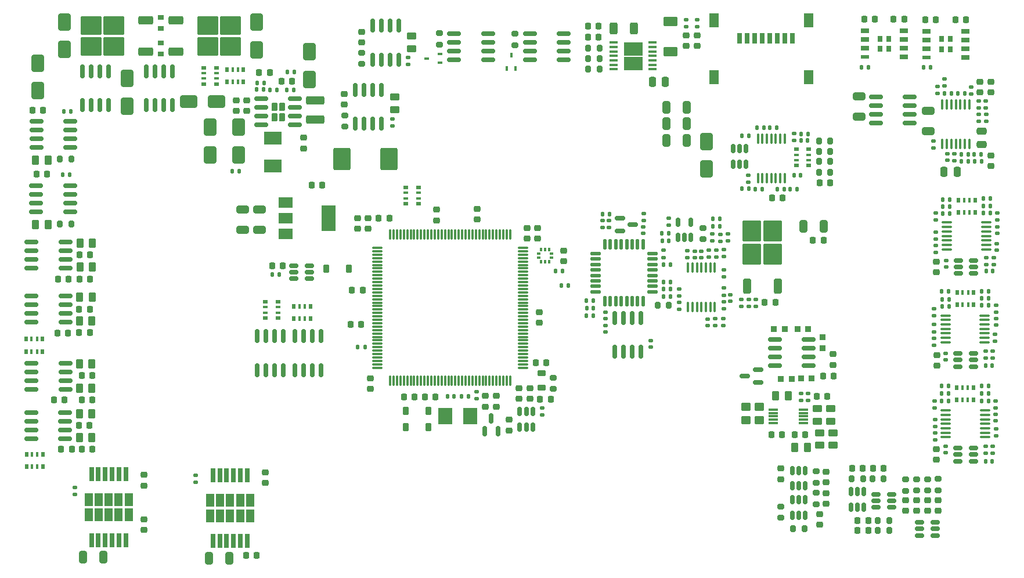
<source format=gbr>
%TF.GenerationSoftware,KiCad,Pcbnew,7.0.1*%
%TF.CreationDate,2024-06-21T03:41:51+03:00*%
%TF.ProjectId,ECUGDI,45435547-4449-42e6-9b69-6361645f7063,rev?*%
%TF.SameCoordinates,Original*%
%TF.FileFunction,Paste,Top*%
%TF.FilePolarity,Positive*%
%FSLAX46Y46*%
G04 Gerber Fmt 4.6, Leading zero omitted, Abs format (unit mm)*
G04 Created by KiCad (PCBNEW 7.0.1) date 2024-06-21 03:41:51*
%MOMM*%
%LPD*%
G01*
G04 APERTURE LIST*
G04 Aperture macros list*
%AMRoundRect*
0 Rectangle with rounded corners*
0 $1 Rounding radius*
0 $2 $3 $4 $5 $6 $7 $8 $9 X,Y pos of 4 corners*
0 Add a 4 corners polygon primitive as box body*
4,1,4,$2,$3,$4,$5,$6,$7,$8,$9,$2,$3,0*
0 Add four circle primitives for the rounded corners*
1,1,$1+$1,$2,$3*
1,1,$1+$1,$4,$5*
1,1,$1+$1,$6,$7*
1,1,$1+$1,$8,$9*
0 Add four rect primitives between the rounded corners*
20,1,$1+$1,$2,$3,$4,$5,0*
20,1,$1+$1,$4,$5,$6,$7,0*
20,1,$1+$1,$6,$7,$8,$9,0*
20,1,$1+$1,$8,$9,$2,$3,0*%
G04 Aperture macros list end*
%ADD10C,0.010000*%
%ADD11RoundRect,0.085000X0.340000X0.340000X-0.340000X0.340000X-0.340000X-0.340000X0.340000X-0.340000X0*%
%ADD12RoundRect,0.225000X-0.250000X0.225000X-0.250000X-0.225000X0.250000X-0.225000X0.250000X0.225000X0*%
%ADD13RoundRect,0.150000X-0.150000X0.825000X-0.150000X-0.825000X0.150000X-0.825000X0.150000X0.825000X0*%
%ADD14RoundRect,0.250000X0.450000X-0.262500X0.450000X0.262500X-0.450000X0.262500X-0.450000X-0.262500X0*%
%ADD15RoundRect,0.200000X0.275000X-0.200000X0.275000X0.200000X-0.275000X0.200000X-0.275000X-0.200000X0*%
%ADD16RoundRect,0.250000X0.650000X-1.000000X0.650000X1.000000X-0.650000X1.000000X-0.650000X-1.000000X0*%
%ADD17RoundRect,0.225000X0.250000X-0.225000X0.250000X0.225000X-0.250000X0.225000X-0.250000X-0.225000X0*%
%ADD18RoundRect,0.250000X0.262500X0.450000X-0.262500X0.450000X-0.262500X-0.450000X0.262500X-0.450000X0*%
%ADD19RoundRect,0.250000X0.650000X-0.325000X0.650000X0.325000X-0.650000X0.325000X-0.650000X-0.325000X0*%
%ADD20RoundRect,0.135000X0.135000X0.185000X-0.135000X0.185000X-0.135000X-0.185000X0.135000X-0.185000X0*%
%ADD21RoundRect,0.200000X-0.275000X0.200000X-0.275000X-0.200000X0.275000X-0.200000X0.275000X0.200000X0*%
%ADD22RoundRect,0.150000X0.150000X-0.825000X0.150000X0.825000X-0.150000X0.825000X-0.150000X-0.825000X0*%
%ADD23RoundRect,0.135000X-0.185000X0.135000X-0.185000X-0.135000X0.185000X-0.135000X0.185000X0.135000X0*%
%ADD24RoundRect,0.135000X0.185000X-0.135000X0.185000X0.135000X-0.185000X0.135000X-0.185000X-0.135000X0*%
%ADD25RoundRect,0.140000X-0.140000X-0.170000X0.140000X-0.170000X0.140000X0.170000X-0.140000X0.170000X0*%
%ADD26RoundRect,0.225000X-0.225000X-0.250000X0.225000X-0.250000X0.225000X0.250000X-0.225000X0.250000X0*%
%ADD27RoundRect,0.150000X0.825000X0.150000X-0.825000X0.150000X-0.825000X-0.150000X0.825000X-0.150000X0*%
%ADD28R,0.500000X0.800000*%
%ADD29R,0.400000X0.800000*%
%ADD30RoundRect,0.075000X0.075000X-0.662500X0.075000X0.662500X-0.075000X0.662500X-0.075000X-0.662500X0*%
%ADD31RoundRect,0.075000X0.662500X-0.075000X0.662500X0.075000X-0.662500X0.075000X-0.662500X-0.075000X0*%
%ADD32RoundRect,0.140000X0.170000X-0.140000X0.170000X0.140000X-0.170000X0.140000X-0.170000X-0.140000X0*%
%ADD33R,0.800000X0.500000*%
%ADD34R,0.800000X0.400000*%
%ADD35RoundRect,0.225000X0.225000X0.250000X-0.225000X0.250000X-0.225000X-0.250000X0.225000X-0.250000X0*%
%ADD36RoundRect,0.200000X-0.200000X-0.275000X0.200000X-0.275000X0.200000X0.275000X-0.200000X0.275000X0*%
%ADD37RoundRect,0.225000X-0.225000X-0.375000X0.225000X-0.375000X0.225000X0.375000X-0.225000X0.375000X0*%
%ADD38RoundRect,0.218750X0.256250X-0.218750X0.256250X0.218750X-0.256250X0.218750X-0.256250X-0.218750X0*%
%ADD39RoundRect,0.250000X-0.650000X1.000000X-0.650000X-1.000000X0.650000X-1.000000X0.650000X1.000000X0*%
%ADD40RoundRect,0.150000X-0.825000X-0.150000X0.825000X-0.150000X0.825000X0.150000X-0.825000X0.150000X0*%
%ADD41RoundRect,0.100000X0.100000X-0.637500X0.100000X0.637500X-0.100000X0.637500X-0.100000X-0.637500X0*%
%ADD42RoundRect,0.250000X-0.450000X0.350000X-0.450000X-0.350000X0.450000X-0.350000X0.450000X0.350000X0*%
%ADD43RoundRect,0.135000X-0.135000X-0.185000X0.135000X-0.185000X0.135000X0.185000X-0.135000X0.185000X0*%
%ADD44R,1.400000X0.300000*%
%ADD45RoundRect,0.140000X0.140000X0.170000X-0.140000X0.170000X-0.140000X-0.170000X0.140000X-0.170000X0*%
%ADD46RoundRect,0.150000X0.512500X0.150000X-0.512500X0.150000X-0.512500X-0.150000X0.512500X-0.150000X0*%
%ADD47RoundRect,0.200000X0.200000X0.275000X-0.200000X0.275000X-0.200000X-0.275000X0.200000X-0.275000X0*%
%ADD48RoundRect,0.218750X0.218750X0.256250X-0.218750X0.256250X-0.218750X-0.256250X0.218750X-0.256250X0*%
%ADD49RoundRect,0.140000X-0.170000X0.140000X-0.170000X-0.140000X0.170000X-0.140000X0.170000X0.140000X0*%
%ADD50RoundRect,0.150000X-0.150000X0.512500X-0.150000X-0.512500X0.150000X-0.512500X0.150000X0.512500X0*%
%ADD51R,2.000000X2.400000*%
%ADD52R,0.450000X0.700000*%
%ADD53RoundRect,0.250000X0.250000X0.475000X-0.250000X0.475000X-0.250000X-0.475000X0.250000X-0.475000X0*%
%ADD54RoundRect,0.250000X-1.075000X0.375000X-1.075000X-0.375000X1.075000X-0.375000X1.075000X0.375000X0*%
%ADD55RoundRect,0.250000X0.312500X0.625000X-0.312500X0.625000X-0.312500X-0.625000X0.312500X-0.625000X0*%
%ADD56RoundRect,0.100000X0.637500X0.100000X-0.637500X0.100000X-0.637500X-0.100000X0.637500X-0.100000X0*%
%ADD57R,1.160000X1.950000*%
%ADD58R,0.650000X2.000000*%
%ADD59RoundRect,0.250000X0.325000X0.650000X-0.325000X0.650000X-0.325000X-0.650000X0.325000X-0.650000X0*%
%ADD60RoundRect,0.070000X0.390000X-0.280000X0.390000X0.280000X-0.390000X0.280000X-0.390000X-0.280000X0*%
%ADD61RoundRect,0.250000X-0.450000X0.262500X-0.450000X-0.262500X0.450000X-0.262500X0.450000X0.262500X0*%
%ADD62R,2.500000X1.900000*%
%ADD63RoundRect,0.070000X-0.390000X0.280000X-0.390000X-0.280000X0.390000X-0.280000X0.390000X0.280000X0*%
%ADD64RoundRect,0.150000X0.150000X-0.512500X0.150000X0.512500X-0.150000X0.512500X-0.150000X-0.512500X0*%
%ADD65RoundRect,0.100000X-0.100000X0.637500X-0.100000X-0.637500X0.100000X-0.637500X0.100000X0.637500X0*%
%ADD66RoundRect,0.150000X-0.512500X-0.150000X0.512500X-0.150000X0.512500X0.150000X-0.512500X0.150000X0*%
%ADD67R,1.310000X0.650000*%
%ADD68R,1.310000X0.600000*%
%ADD69R,0.795000X0.900000*%
%ADD70RoundRect,0.250000X-0.850000X-0.350000X0.850000X-0.350000X0.850000X0.350000X-0.850000X0.350000X0*%
%ADD71RoundRect,0.250000X-1.275000X-1.125000X1.275000X-1.125000X1.275000X1.125000X-1.275000X1.125000X0*%
%ADD72RoundRect,0.230000X0.230000X0.375000X-0.230000X0.375000X-0.230000X-0.375000X0.230000X-0.375000X0*%
%ADD73RoundRect,0.218750X-0.381250X0.218750X-0.381250X-0.218750X0.381250X-0.218750X0.381250X0.218750X0*%
%ADD74R,0.700000X0.450000*%
%ADD75RoundRect,0.250000X-0.325000X-0.650000X0.325000X-0.650000X0.325000X0.650000X-0.325000X0.650000X0*%
%ADD76R,2.000000X1.500000*%
%ADD77R,2.000000X3.800000*%
%ADD78RoundRect,0.100000X-0.175000X-0.100000X0.175000X-0.100000X0.175000X0.100000X-0.175000X0.100000X0*%
%ADD79RoundRect,0.100000X-0.100000X-0.175000X0.100000X-0.175000X0.100000X0.175000X-0.100000X0.175000X0*%
%ADD80RoundRect,0.250000X0.800000X-0.450000X0.800000X0.450000X-0.800000X0.450000X-0.800000X-0.450000X0*%
%ADD81RoundRect,0.218750X-0.256250X0.218750X-0.256250X-0.218750X0.256250X-0.218750X0.256250X0.218750X0*%
%ADD82R,0.800000X1.500000*%
%ADD83R,1.450000X2.000000*%
%ADD84RoundRect,0.250000X0.450000X-0.350000X0.450000X0.350000X-0.450000X0.350000X-0.450000X-0.350000X0*%
%ADD85RoundRect,0.150000X0.587500X0.150000X-0.587500X0.150000X-0.587500X-0.150000X0.587500X-0.150000X0*%
%ADD86RoundRect,0.085000X-0.340000X-0.340000X0.340000X-0.340000X0.340000X0.340000X-0.340000X0.340000X0*%
%ADD87RoundRect,0.125000X-0.125000X0.625000X-0.125000X-0.625000X0.125000X-0.625000X0.125000X0.625000X0*%
%ADD88RoundRect,0.125000X-0.625000X0.125000X-0.625000X-0.125000X0.625000X-0.125000X0.625000X0.125000X0*%
%ADD89RoundRect,0.250000X0.350000X-0.850000X0.350000X0.850000X-0.350000X0.850000X-0.350000X-0.850000X0*%
%ADD90RoundRect,0.250000X1.125000X-1.275000X1.125000X1.275000X-1.125000X1.275000X-1.125000X-1.275000X0*%
%ADD91RoundRect,0.250000X1.000000X-1.400000X1.000000X1.400000X-1.000000X1.400000X-1.000000X-1.400000X0*%
%ADD92RoundRect,0.150000X-0.587500X-0.150000X0.587500X-0.150000X0.587500X0.150000X-0.587500X0.150000X0*%
%ADD93R,1.310000X0.450000*%
%ADD94RoundRect,0.250000X-0.475000X0.250000X-0.475000X-0.250000X0.475000X-0.250000X0.475000X0.250000X0*%
%ADD95RoundRect,0.250000X1.000000X0.650000X-1.000000X0.650000X-1.000000X-0.650000X1.000000X-0.650000X0*%
%ADD96RoundRect,0.085000X-0.340000X0.340000X-0.340000X-0.340000X0.340000X-0.340000X0.340000X0.340000X0*%
%ADD97RoundRect,0.150000X0.150000X-0.587500X0.150000X0.587500X-0.150000X0.587500X-0.150000X-0.587500X0*%
%ADD98RoundRect,0.250000X0.850000X0.350000X-0.850000X0.350000X-0.850000X-0.350000X0.850000X-0.350000X0*%
%ADD99RoundRect,0.250000X1.275000X1.125000X-1.275000X1.125000X-1.275000X-1.125000X1.275000X-1.125000X0*%
G04 APERTURE END LIST*
%TO.C,U1*%
D10*
X158490000Y-50740000D02*
X155840000Y-50740000D01*
X155840000Y-48890000D01*
X158490000Y-48890000D01*
X158490000Y-50740000D01*
G36*
X158490000Y-50740000D02*
G01*
X155840000Y-50740000D01*
X155840000Y-48890000D01*
X158490000Y-48890000D01*
X158490000Y-50740000D01*
G37*
X158490000Y-52890000D02*
X155840000Y-52890000D01*
X155840000Y-51040000D01*
X158490000Y-51040000D01*
X158490000Y-52890000D01*
G36*
X158490000Y-52890000D02*
G01*
X155840000Y-52890000D01*
X155840000Y-51040000D01*
X158490000Y-51040000D01*
X158490000Y-52890000D01*
G37*
%TD*%
D11*
%TO.C,C13*%
X180290001Y-97987500D03*
X178709999Y-97987500D03*
%TD*%
D12*
%TO.C,C130*%
X207800000Y-54650000D03*
X207800000Y-56200000D03*
%TD*%
D13*
%TO.C,U51*%
X106130000Y-91775000D03*
X104860000Y-91775000D03*
X103590000Y-91775000D03*
X102320000Y-91775000D03*
X102320000Y-96725000D03*
X103590000Y-96725000D03*
X104860000Y-96725000D03*
X106130000Y-96725000D03*
%TD*%
D14*
%TO.C,R122*%
X186350000Y-107712500D03*
X186350000Y-105887500D03*
%TD*%
D15*
%TO.C,R155*%
X115130038Y-61212500D03*
X115130038Y-59562500D03*
%TD*%
D16*
%TO.C,D1*%
X102300000Y-49990000D03*
X102300000Y-45990000D03*
%TD*%
D17*
%TO.C,C68*%
X137200000Y-102050000D03*
X137200000Y-100500000D03*
%TD*%
D18*
%TO.C,R165*%
X78287500Y-86080000D03*
X76462500Y-86080000D03*
%TD*%
D19*
%TO.C,C112*%
X102700000Y-76275000D03*
X102700000Y-73325000D03*
%TD*%
D12*
%TO.C,C133*%
X209350000Y-54650000D03*
X209350000Y-56200000D03*
%TD*%
D15*
%TO.C,R113*%
X200100000Y-114275000D03*
X200100000Y-112625000D03*
%TD*%
D20*
%TO.C,R99*%
X182674829Y-62250000D03*
X181654829Y-62250000D03*
%TD*%
D21*
%TO.C,R120*%
X183850000Y-111485000D03*
X183850000Y-113135000D03*
%TD*%
D22*
%TO.C,U40*%
X116675038Y-60762500D03*
X117945038Y-60762500D03*
X119215038Y-60762500D03*
X120485038Y-60762500D03*
X120485038Y-55812500D03*
X119215038Y-55812500D03*
X117945038Y-55812500D03*
X116675038Y-55812500D03*
%TD*%
D23*
%TO.C,R139*%
X207600000Y-59440000D03*
X207600000Y-60460000D03*
%TD*%
D15*
%TO.C,R114*%
X183850000Y-116275000D03*
X183850000Y-114625000D03*
%TD*%
D24*
%TO.C,R23*%
X162350000Y-75572500D03*
X162350000Y-74552500D03*
%TD*%
D17*
%TO.C,C117*%
X184400000Y-119275000D03*
X184400000Y-117725000D03*
%TD*%
D23*
%TO.C,R147*%
X202600000Y-54240000D03*
X202600000Y-55260000D03*
%TD*%
D25*
%TO.C,C83*%
X208620000Y-96100000D03*
X209580000Y-96100000D03*
%TD*%
D26*
%TO.C,C62*%
X115950000Y-90100000D03*
X117500000Y-90100000D03*
%TD*%
D24*
%TO.C,R75*%
X201350000Y-74810000D03*
X201350000Y-73790000D03*
%TD*%
D27*
%TO.C,U17*%
X147075000Y-51455000D03*
X147075000Y-50185000D03*
X147075000Y-48915000D03*
X147075000Y-47645000D03*
X142125000Y-47645000D03*
X142125000Y-48915000D03*
X142125000Y-50185000D03*
X142125000Y-51455000D03*
%TD*%
D28*
%TO.C,RN14*%
X68650000Y-94000000D03*
D29*
X69450000Y-94000000D03*
X70250000Y-94000000D03*
D28*
X71050000Y-94000000D03*
X71050000Y-92200000D03*
D29*
X70250000Y-92200000D03*
X69450000Y-92200000D03*
D28*
X68650000Y-92200000D03*
%TD*%
D20*
%TO.C,R102*%
X107760000Y-53250000D03*
X106740000Y-53250000D03*
%TD*%
D23*
%TO.C,R131*%
X181675000Y-100102500D03*
X181675000Y-101122500D03*
%TD*%
D30*
%TO.C,U4*%
X121750000Y-98300000D03*
X122250000Y-98300000D03*
X122750000Y-98300000D03*
X123250000Y-98300000D03*
X123750000Y-98300000D03*
X124250000Y-98300000D03*
X124750000Y-98300000D03*
X125250000Y-98300000D03*
X125750000Y-98300000D03*
X126250000Y-98300000D03*
X126750000Y-98300000D03*
X127250000Y-98300000D03*
X127750000Y-98300000D03*
X128250000Y-98300000D03*
X128750000Y-98300000D03*
X129250000Y-98300000D03*
X129750000Y-98300000D03*
X130250000Y-98300000D03*
X130750000Y-98300000D03*
X131250000Y-98300000D03*
X131750000Y-98300000D03*
X132250000Y-98300000D03*
X132750000Y-98300000D03*
X133250000Y-98300000D03*
X133750000Y-98300000D03*
X134250000Y-98300000D03*
X134750000Y-98300000D03*
X135250000Y-98300000D03*
X135750000Y-98300000D03*
X136250000Y-98300000D03*
X136750000Y-98300000D03*
X137250000Y-98300000D03*
X137750000Y-98300000D03*
X138250000Y-98300000D03*
X138750000Y-98300000D03*
X139250000Y-98300000D03*
D31*
X141162500Y-96387500D03*
X141162500Y-95887500D03*
X141162500Y-95387500D03*
X141162500Y-94887500D03*
X141162500Y-94387500D03*
X141162500Y-93887500D03*
X141162500Y-93387500D03*
X141162500Y-92887500D03*
X141162500Y-92387500D03*
X141162500Y-91887500D03*
X141162500Y-91387500D03*
X141162500Y-90887500D03*
X141162500Y-90387500D03*
X141162500Y-89887500D03*
X141162500Y-89387500D03*
X141162500Y-88887500D03*
X141162500Y-88387500D03*
X141162500Y-87887500D03*
X141162500Y-87387500D03*
X141162500Y-86887500D03*
X141162500Y-86387500D03*
X141162500Y-85887500D03*
X141162500Y-85387500D03*
X141162500Y-84887500D03*
X141162500Y-84387500D03*
X141162500Y-83887500D03*
X141162500Y-83387500D03*
X141162500Y-82887500D03*
X141162500Y-82387500D03*
X141162500Y-81887500D03*
X141162500Y-81387500D03*
X141162500Y-80887500D03*
X141162500Y-80387500D03*
X141162500Y-79887500D03*
X141162500Y-79387500D03*
X141162500Y-78887500D03*
D30*
X139250000Y-76975000D03*
X138750000Y-76975000D03*
X138250000Y-76975000D03*
X137750000Y-76975000D03*
X137250000Y-76975000D03*
X136750000Y-76975000D03*
X136250000Y-76975000D03*
X135750000Y-76975000D03*
X135250000Y-76975000D03*
X134750000Y-76975000D03*
X134250000Y-76975000D03*
X133750000Y-76975000D03*
X133250000Y-76975000D03*
X132750000Y-76975000D03*
X132250000Y-76975000D03*
X131750000Y-76975000D03*
X131250000Y-76975000D03*
X130750000Y-76975000D03*
X130250000Y-76975000D03*
X129750000Y-76975000D03*
X129250000Y-76975000D03*
X128750000Y-76975000D03*
X128250000Y-76975000D03*
X127750000Y-76975000D03*
X127250000Y-76975000D03*
X126750000Y-76975000D03*
X126250000Y-76975000D03*
X125750000Y-76975000D03*
X125250000Y-76975000D03*
X124750000Y-76975000D03*
X124250000Y-76975000D03*
X123750000Y-76975000D03*
X123250000Y-76975000D03*
X122750000Y-76975000D03*
X122250000Y-76975000D03*
X121750000Y-76975000D03*
D31*
X119837500Y-78887500D03*
X119837500Y-79387500D03*
X119837500Y-79887500D03*
X119837500Y-80387500D03*
X119837500Y-80887500D03*
X119837500Y-81387500D03*
X119837500Y-81887500D03*
X119837500Y-82387500D03*
X119837500Y-82887500D03*
X119837500Y-83387500D03*
X119837500Y-83887500D03*
X119837500Y-84387500D03*
X119837500Y-84887500D03*
X119837500Y-85387500D03*
X119837500Y-85887500D03*
X119837500Y-86387500D03*
X119837500Y-86887500D03*
X119837500Y-87387500D03*
X119837500Y-87887500D03*
X119837500Y-88387500D03*
X119837500Y-88887500D03*
X119837500Y-89387500D03*
X119837500Y-89887500D03*
X119837500Y-90387500D03*
X119837500Y-90887500D03*
X119837500Y-91387500D03*
X119837500Y-91887500D03*
X119837500Y-92387500D03*
X119837500Y-92887500D03*
X119837500Y-93387500D03*
X119837500Y-93887500D03*
X119837500Y-94387500D03*
X119837500Y-94887500D03*
X119837500Y-95387500D03*
X119837500Y-95887500D03*
X119837500Y-96387500D03*
%TD*%
D24*
%TO.C,R27*%
X163900000Y-87885000D03*
X163900000Y-86865000D03*
%TD*%
D32*
%TO.C,C20*%
X166200000Y-80342500D03*
X166200000Y-79382500D03*
%TD*%
D23*
%TO.C,R132*%
X182675000Y-100102500D03*
X182675000Y-101122500D03*
%TD*%
D12*
%TO.C,C76*%
X142150000Y-99375000D03*
X142150000Y-100925000D03*
%TD*%
D33*
%TO.C,RN4*%
X182785171Y-66900000D03*
D34*
X182785171Y-66100000D03*
X182785171Y-65300000D03*
D33*
X182785171Y-64500000D03*
X180985171Y-64500000D03*
D34*
X180985171Y-65300000D03*
X180985171Y-66100000D03*
D33*
X180985171Y-66900000D03*
%TD*%
D20*
%TO.C,R16*%
X162620000Y-84925000D03*
X161600000Y-84925000D03*
%TD*%
D32*
%TO.C,C28*%
X153700000Y-75880000D03*
X153700000Y-74920000D03*
%TD*%
D13*
%TO.C,U32*%
X80705000Y-53125000D03*
X79435000Y-53125000D03*
X78165000Y-53125000D03*
X76895000Y-53125000D03*
X76895000Y-58075000D03*
X78165000Y-58075000D03*
X79435000Y-58075000D03*
X80705000Y-58075000D03*
%TD*%
D35*
%TO.C,C79*%
X145175000Y-100950000D03*
X143625000Y-100950000D03*
%TD*%
D20*
%TO.C,R68*%
X203360000Y-71850000D03*
X202340000Y-71850000D03*
%TD*%
D23*
%TO.C,R11*%
X170450000Y-79152500D03*
X170450000Y-80172500D03*
%TD*%
D18*
%TO.C,R135*%
X179812500Y-100487500D03*
X177987500Y-100487500D03*
%TD*%
D26*
%TO.C,C78*%
X104537500Y-81550000D03*
X106087500Y-81550000D03*
%TD*%
D36*
%TO.C,R1*%
X150625000Y-49745000D03*
X152275000Y-49745000D03*
%TD*%
D37*
%TO.C,D17*%
X124000000Y-105050000D03*
X127300000Y-105050000D03*
%TD*%
D38*
%TO.C,L1*%
X186350000Y-95975000D03*
X186350000Y-94400000D03*
%TD*%
D18*
%TO.C,R172*%
X78262500Y-99350000D03*
X76437500Y-99350000D03*
%TD*%
D12*
%TO.C,C124*%
X201650000Y-115700000D03*
X201650000Y-117250000D03*
%TD*%
D17*
%TO.C,C72*%
X143250000Y-77525000D03*
X143250000Y-75975000D03*
%TD*%
D39*
%TO.C,D14*%
X70350000Y-51950000D03*
X70350000Y-55950000D03*
%TD*%
D40*
%TO.C,U47*%
X69425000Y-95695000D03*
X69425000Y-96965000D03*
X69425000Y-98235000D03*
X69425000Y-99505000D03*
X74375000Y-99505000D03*
X74375000Y-98235000D03*
X74375000Y-96965000D03*
X74375000Y-95695000D03*
%TD*%
D35*
%TO.C,C168*%
X78325000Y-108300000D03*
X76775000Y-108300000D03*
%TD*%
D41*
%TO.C,U12*%
X175385171Y-68712500D03*
X176035171Y-68712500D03*
X176685171Y-68712500D03*
X177335171Y-68712500D03*
X177985171Y-68712500D03*
X178635171Y-68712500D03*
X179285171Y-68712500D03*
X179285171Y-62987500D03*
X178635171Y-62987500D03*
X177985171Y-62987500D03*
X177335171Y-62987500D03*
X176685171Y-62987500D03*
X176035171Y-62987500D03*
X175385171Y-62987500D03*
%TD*%
D27*
%TO.C,U18*%
X136025000Y-51450000D03*
X136025000Y-50180000D03*
X136025000Y-48910000D03*
X136025000Y-47640000D03*
X131075000Y-47640000D03*
X131075000Y-48910000D03*
X131075000Y-50180000D03*
X131075000Y-51450000D03*
%TD*%
D13*
%TO.C,U31*%
X89955000Y-53125000D03*
X88685000Y-53125000D03*
X87415000Y-53125000D03*
X86145000Y-53125000D03*
X86145000Y-58075000D03*
X87415000Y-58075000D03*
X88685000Y-58075000D03*
X89955000Y-58075000D03*
%TD*%
D26*
%TO.C,C129*%
X177350000Y-106125000D03*
X178900000Y-106125000D03*
%TD*%
D12*
%TO.C,C66*%
X143500000Y-88275000D03*
X143500000Y-89825000D03*
%TD*%
D20*
%TO.C,R160*%
X75010000Y-68200000D03*
X73990000Y-68200000D03*
%TD*%
D12*
%TO.C,C71*%
X117000000Y-74575000D03*
X117000000Y-76125000D03*
%TD*%
D42*
%TO.C,R134*%
X173600000Y-102050000D03*
X173600000Y-104050000D03*
%TD*%
D35*
%TO.C,C104*%
X196737500Y-45525000D03*
X195187500Y-45525000D03*
%TD*%
%TO.C,C156*%
X77950000Y-91280000D03*
X76400000Y-91280000D03*
%TD*%
D23*
%TO.C,R33*%
X164950000Y-45590000D03*
X164950000Y-46610000D03*
%TD*%
D43*
%TO.C,R52*%
X104540000Y-82800000D03*
X105560000Y-82800000D03*
%TD*%
D25*
%TO.C,C110*%
X102370000Y-54800000D03*
X103330000Y-54800000D03*
%TD*%
D26*
%TO.C,C126*%
X180750000Y-106125000D03*
X182300000Y-106125000D03*
%TD*%
D28*
%TO.C,RN7*%
X97960698Y-54700000D03*
D29*
X98760698Y-54700000D03*
X99560698Y-54700000D03*
D28*
X100360698Y-54700000D03*
X100360698Y-52900000D03*
D29*
X99560698Y-52900000D03*
X98760698Y-52900000D03*
D28*
X97960698Y-52900000D03*
%TD*%
D12*
%TO.C,C59*%
X134400000Y-73175000D03*
X134400000Y-74725000D03*
%TD*%
D20*
%TO.C,R144*%
X207970000Y-65250000D03*
X206950000Y-65250000D03*
%TD*%
D25*
%TO.C,C99*%
X181684829Y-63250000D03*
X182644829Y-63250000D03*
%TD*%
%TO.C,C88*%
X208701250Y-82300000D03*
X209661250Y-82300000D03*
%TD*%
D44*
%TO.C,U25*%
X182025000Y-104475000D03*
X182025000Y-103975000D03*
X182025000Y-103475000D03*
X182025000Y-102975000D03*
X182025000Y-102475000D03*
X177625000Y-102475000D03*
X177625000Y-102975000D03*
X177625000Y-103475000D03*
X177625000Y-103975000D03*
X177625000Y-104475000D03*
%TD*%
D26*
%TO.C,C2*%
X150575000Y-46545000D03*
X152125000Y-46545000D03*
%TD*%
D23*
%TO.C,R95*%
X180635171Y-62240000D03*
X180635171Y-63260000D03*
%TD*%
D36*
%TO.C,R161*%
X73575000Y-75450000D03*
X75225000Y-75450000D03*
%TD*%
D45*
%TO.C,C25*%
X153730000Y-74000000D03*
X152770000Y-74000000D03*
%TD*%
D32*
%TO.C,C15*%
X159740000Y-93395000D03*
X159740000Y-92435000D03*
%TD*%
D23*
%TO.C,R88*%
X201200000Y-103909315D03*
X201200000Y-104929315D03*
%TD*%
D46*
%TO.C,U7*%
X206837500Y-96200000D03*
X206837500Y-95250000D03*
X206837500Y-94300000D03*
X204562500Y-94300000D03*
X204562500Y-95250000D03*
X204562500Y-96200000D03*
%TD*%
D47*
%TO.C,R112*%
X182175000Y-119900000D03*
X180525000Y-119900000D03*
%TD*%
D48*
%TO.C,D3*%
X177937500Y-86850000D03*
X176362500Y-86850000D03*
%TD*%
D49*
%TO.C,C81*%
X209950000Y-91520000D03*
X209950000Y-92480000D03*
%TD*%
D23*
%TO.C,R61*%
X209650000Y-93940000D03*
X209650000Y-94960000D03*
%TD*%
D50*
%TO.C,U21*%
X190850000Y-114462500D03*
X189900000Y-114462500D03*
X188950000Y-114462500D03*
X188950000Y-116737500D03*
X189900000Y-116737500D03*
X190850000Y-116737500D03*
%TD*%
D48*
%TO.C,L2*%
X186437500Y-97637500D03*
X184862500Y-97637500D03*
%TD*%
D43*
%TO.C,R71*%
X202340000Y-73850000D03*
X203360000Y-73850000D03*
%TD*%
D17*
%TO.C,C74*%
X135650000Y-102050000D03*
X135650000Y-100500000D03*
%TD*%
D47*
%TO.C,R91*%
X185939829Y-64800000D03*
X184289829Y-64800000D03*
%TD*%
D51*
%TO.C,Y2*%
X129750000Y-103450000D03*
X133450000Y-103450000D03*
%TD*%
D37*
%TO.C,D24*%
X112400000Y-81900000D03*
X115700000Y-81900000D03*
%TD*%
D49*
%TO.C,C19*%
X170400000Y-82120000D03*
X170400000Y-83080000D03*
%TD*%
D52*
%TO.C,D29*%
X138750000Y-52745000D03*
X140050000Y-52745000D03*
X139400000Y-50745000D03*
%TD*%
D18*
%TO.C,R173*%
X78237500Y-103065000D03*
X76412500Y-103065000D03*
%TD*%
D47*
%TO.C,R90*%
X185939829Y-66300000D03*
X184289829Y-66300000D03*
%TD*%
D53*
%TO.C,C3*%
X161900000Y-54650000D03*
X160000000Y-54650000D03*
%TD*%
D12*
%TO.C,C60*%
X141700000Y-75975000D03*
X141700000Y-77525000D03*
%TD*%
D20*
%TO.C,R45*%
X99760000Y-67700000D03*
X98740000Y-67700000D03*
%TD*%
%TO.C,R15*%
X162650000Y-81317500D03*
X161630000Y-81317500D03*
%TD*%
D23*
%TO.C,R6*%
X169150000Y-89215000D03*
X169150000Y-90235000D03*
%TD*%
D17*
%TO.C,C63*%
X118850000Y-99475000D03*
X118850000Y-97925000D03*
%TD*%
D20*
%TO.C,R106*%
X103260000Y-55800000D03*
X102240000Y-55800000D03*
%TD*%
D43*
%TO.C,R53*%
X208040000Y-85200000D03*
X209060000Y-85200000D03*
%TD*%
D23*
%TO.C,R148*%
X204050000Y-65190000D03*
X204050000Y-66210000D03*
%TD*%
D47*
%TO.C,R111*%
X194525000Y-120150000D03*
X192875000Y-120150000D03*
%TD*%
D17*
%TO.C,C90*%
X201450000Y-109784315D03*
X201450000Y-108234315D03*
%TD*%
D43*
%TO.C,R146*%
X206990000Y-66250000D03*
X208010000Y-66250000D03*
%TD*%
D16*
%TO.C,D27*%
X109950000Y-54300000D03*
X109950000Y-50300000D03*
%TD*%
D20*
%TO.C,R44*%
X118060000Y-93400000D03*
X117040000Y-93400000D03*
%TD*%
%TO.C,R98*%
X181110000Y-70300000D03*
X180090000Y-70300000D03*
%TD*%
D28*
%TO.C,RN3*%
X206800000Y-99259315D03*
D29*
X206000000Y-99259315D03*
X205200000Y-99259315D03*
D28*
X204400000Y-99259315D03*
X204400000Y-101059315D03*
D29*
X205200000Y-101059315D03*
X206000000Y-101059315D03*
D28*
X206800000Y-101059315D03*
%TD*%
D17*
%TO.C,C85*%
X201450000Y-82475000D03*
X201450000Y-80925000D03*
%TD*%
D54*
%TO.C,L3*%
X110800000Y-57400000D03*
X110800000Y-60200000D03*
%TD*%
D20*
%TO.C,R56*%
X203210000Y-85200000D03*
X202190000Y-85200000D03*
%TD*%
D14*
%TO.C,R125*%
X184025000Y-104187500D03*
X184025000Y-102362500D03*
%TD*%
D35*
%TO.C,C166*%
X78325000Y-101100000D03*
X76775000Y-101100000D03*
%TD*%
D12*
%TO.C,C114*%
X198550000Y-115725000D03*
X198550000Y-117275000D03*
%TD*%
D25*
%TO.C,C23*%
X161410000Y-77862500D03*
X162370000Y-77862500D03*
%TD*%
D35*
%TO.C,C165*%
X78325000Y-97550000D03*
X76775000Y-97550000D03*
%TD*%
%TO.C,C150*%
X71725000Y-68150000D03*
X70175000Y-68150000D03*
%TD*%
D20*
%TO.C,R100*%
X178160000Y-61400000D03*
X177140000Y-61400000D03*
%TD*%
D18*
%TO.C,R164*%
X78312500Y-81715000D03*
X76487500Y-81715000D03*
%TD*%
D55*
%TO.C,R36*%
X157300000Y-46850000D03*
X154375000Y-46850000D03*
%TD*%
D12*
%TO.C,C120*%
X196900000Y-115725000D03*
X196900000Y-117275000D03*
%TD*%
D43*
%TO.C,R105*%
X104240000Y-55850000D03*
X105260000Y-55850000D03*
%TD*%
D56*
%TO.C,U10*%
X208512500Y-106509315D03*
X208512500Y-105859315D03*
X208512500Y-105209315D03*
X208512500Y-104559315D03*
X208512500Y-103909315D03*
X208512500Y-103259315D03*
X208512500Y-102609315D03*
X202787500Y-102609315D03*
X202787500Y-103259315D03*
X202787500Y-103909315D03*
X202787500Y-104559315D03*
X202787500Y-105209315D03*
X202787500Y-105859315D03*
X202787500Y-106509315D03*
%TD*%
D57*
%TO.C,U38*%
X77770000Y-117850000D03*
X79230000Y-117850000D03*
X80690000Y-117850000D03*
X82150000Y-117850000D03*
X83610000Y-117850000D03*
X77770000Y-115600000D03*
X79230000Y-115600000D03*
X80690000Y-115600000D03*
X82150000Y-115600000D03*
X83610000Y-115600000D03*
D58*
X78190000Y-121525000D03*
X79190000Y-121525000D03*
X80190000Y-121525000D03*
X81190000Y-121525000D03*
X82190000Y-121525000D03*
X83190000Y-121525000D03*
X83190000Y-111925000D03*
X82190000Y-111925000D03*
X81190000Y-111925000D03*
X80190000Y-111925000D03*
X79190000Y-111925000D03*
X78190000Y-111925000D03*
%TD*%
D20*
%TO.C,R82*%
X209010000Y-101259315D03*
X207990000Y-101259315D03*
%TD*%
D59*
%TO.C,C7*%
X165025000Y-58400000D03*
X162075000Y-58400000D03*
%TD*%
D32*
%TO.C,C138*%
X203000000Y-66130000D03*
X203000000Y-65170000D03*
%TD*%
D23*
%TO.C,R7*%
X168250000Y-79202500D03*
X168250000Y-80222500D03*
%TD*%
D43*
%TO.C,R83*%
X202190000Y-101209315D03*
X203210000Y-101209315D03*
%TD*%
D60*
%TO.C,R3*%
X88300000Y-46850000D03*
X88300000Y-45250000D03*
%TD*%
D11*
%TO.C,C29*%
X182740001Y-90700000D03*
X181159999Y-90700000D03*
%TD*%
D15*
%TO.C,R115*%
X196900000Y-114325000D03*
X196900000Y-112675000D03*
%TD*%
D20*
%TO.C,R25*%
X162410000Y-76762500D03*
X161390000Y-76762500D03*
%TD*%
D32*
%TO.C,C92*%
X210050000Y-104130000D03*
X210050000Y-103170000D03*
%TD*%
D61*
%TO.C,R121*%
X185975000Y-102350000D03*
X185975000Y-104175000D03*
%TD*%
D43*
%TO.C,R104*%
X190452500Y-52525000D03*
X191472500Y-52525000D03*
%TD*%
D59*
%TO.C,C10*%
X185000000Y-75750000D03*
X182050000Y-75750000D03*
%TD*%
D19*
%TO.C,C139*%
X190125000Y-59740000D03*
X190125000Y-56790000D03*
%TD*%
D62*
%TO.C,L4*%
X104600000Y-62850000D03*
X104600000Y-66950000D03*
%TD*%
D63*
%TO.C,R4*%
X88300000Y-49000000D03*
X88300000Y-50600000D03*
%TD*%
D32*
%TO.C,C16*%
X153190000Y-91195000D03*
X153190000Y-90235000D03*
%TD*%
D38*
%TO.C,D19*%
X99300000Y-58937500D03*
X99300000Y-57362500D03*
%TD*%
D14*
%TO.C,R159*%
X124850000Y-49812500D03*
X124850000Y-47987500D03*
%TD*%
D26*
%TO.C,C61*%
X116175000Y-85050000D03*
X117725000Y-85050000D03*
%TD*%
D23*
%TO.C,R32*%
X161640000Y-79265000D03*
X161640000Y-80285000D03*
%TD*%
D20*
%TO.C,R67*%
X203360000Y-72850000D03*
X202340000Y-72850000D03*
%TD*%
D23*
%TO.C,R21*%
X175100000Y-86400000D03*
X175100000Y-87420000D03*
%TD*%
D56*
%TO.C,U6*%
X208462500Y-92650000D03*
X208462500Y-92000000D03*
X208462500Y-91350000D03*
X208462500Y-90700000D03*
X208462500Y-90050000D03*
X208462500Y-89400000D03*
X208462500Y-88750000D03*
X202737500Y-88750000D03*
X202737500Y-89400000D03*
X202737500Y-90050000D03*
X202737500Y-90700000D03*
X202737500Y-91350000D03*
X202737500Y-92000000D03*
X202737500Y-92650000D03*
%TD*%
D25*
%TO.C,C98*%
X180655171Y-68300000D03*
X181615171Y-68300000D03*
%TD*%
D47*
%TO.C,R2*%
X152275000Y-51295000D03*
X150625000Y-51295000D03*
%TD*%
D25*
%TO.C,C93*%
X208620000Y-110059315D03*
X209580000Y-110059315D03*
%TD*%
D23*
%TO.C,R24*%
X173000000Y-86400000D03*
X173000000Y-87420000D03*
%TD*%
D13*
%TO.C,U30*%
X111630000Y-91775000D03*
X110360000Y-91775000D03*
X109090000Y-91775000D03*
X107820000Y-91775000D03*
X107820000Y-96725000D03*
X109090000Y-96725000D03*
X110360000Y-96725000D03*
X111630000Y-96725000D03*
%TD*%
D24*
%TO.C,R69*%
X208731250Y-81360000D03*
X208731250Y-80340000D03*
%TD*%
D64*
%TO.C,U22*%
X180400000Y-113637500D03*
X181350000Y-113637500D03*
X182300000Y-113637500D03*
X182300000Y-111362500D03*
X181350000Y-111362500D03*
X180400000Y-111362500D03*
%TD*%
D23*
%TO.C,R34*%
X166500000Y-45590000D03*
X166500000Y-46610000D03*
%TD*%
D45*
%TO.C,C22*%
X162620000Y-85967500D03*
X161660000Y-85967500D03*
%TD*%
D23*
%TO.C,R8*%
X171000000Y-76852500D03*
X171000000Y-77872500D03*
%TD*%
D16*
%TO.C,D7*%
X74250000Y-49950000D03*
X74250000Y-45950000D03*
%TD*%
D23*
%TO.C,R76*%
X201331250Y-76561250D03*
X201331250Y-77581250D03*
%TD*%
D16*
%TO.C,D2*%
X167850000Y-67400000D03*
X167850000Y-63400000D03*
%TD*%
D49*
%TO.C,C94*%
X202800000Y-107829315D03*
X202800000Y-108789315D03*
%TD*%
D65*
%TO.C,U27*%
X206200000Y-57987500D03*
X205550000Y-57987500D03*
X204900000Y-57987500D03*
X204250000Y-57987500D03*
X203600000Y-57987500D03*
X202950000Y-57987500D03*
X202300000Y-57987500D03*
X202300000Y-63712500D03*
X202950000Y-63712500D03*
X203600000Y-63712500D03*
X204250000Y-63712500D03*
X204900000Y-63712500D03*
X205550000Y-63712500D03*
X206200000Y-63712500D03*
%TD*%
D24*
%TO.C,R87*%
X201150000Y-102219315D03*
X201150000Y-101199315D03*
%TD*%
D20*
%TO.C,R94*%
X179210000Y-70300000D03*
X178190000Y-70300000D03*
%TD*%
%TO.C,R151*%
X75135000Y-58950000D03*
X74115000Y-58950000D03*
%TD*%
%TO.C,R103*%
X107660000Y-55850000D03*
X106640000Y-55850000D03*
%TD*%
D23*
%TO.C,R141*%
X207550000Y-57440000D03*
X207550000Y-58460000D03*
%TD*%
D39*
%TO.C,D15*%
X95500000Y-61300000D03*
X95500000Y-65300000D03*
%TD*%
D14*
%TO.C,R156*%
X122430038Y-58700000D03*
X122430038Y-56875000D03*
%TD*%
D32*
%TO.C,C27*%
X152750000Y-75880000D03*
X152750000Y-74920000D03*
%TD*%
D27*
%TO.C,U28*%
X197550000Y-60720000D03*
X197550000Y-59450000D03*
X197550000Y-58180000D03*
X197550000Y-56910000D03*
X192600000Y-56910000D03*
X192600000Y-58180000D03*
X192600000Y-59450000D03*
X192600000Y-60720000D03*
%TD*%
D40*
%TO.C,U48*%
X69400000Y-102910000D03*
X69400000Y-104180000D03*
X69400000Y-105450000D03*
X69400000Y-106720000D03*
X74350000Y-106720000D03*
X74350000Y-105450000D03*
X74350000Y-104180000D03*
X74350000Y-102910000D03*
%TD*%
D12*
%TO.C,C109*%
X109100000Y-62825000D03*
X109100000Y-64375000D03*
%TD*%
D43*
%TO.C,R97*%
X173025171Y-70250000D03*
X174045171Y-70250000D03*
%TD*%
D20*
%TO.C,R80*%
X203210000Y-99059315D03*
X202190000Y-99059315D03*
%TD*%
D27*
%TO.C,U33*%
X182825000Y-96055000D03*
X182825000Y-94785000D03*
X182825000Y-93515000D03*
X182825000Y-92245000D03*
X177875000Y-92245000D03*
X177875000Y-93515000D03*
X177875000Y-94785000D03*
X177875000Y-96055000D03*
%TD*%
D35*
%TO.C,C151*%
X74875000Y-83415000D03*
X73325000Y-83415000D03*
%TD*%
D43*
%TO.C,R93*%
X175025171Y-70300000D03*
X176045171Y-70300000D03*
%TD*%
D15*
%TO.C,R107*%
X139925000Y-49320000D03*
X139925000Y-47670000D03*
%TD*%
D24*
%TO.C,R74*%
X210300000Y-74810000D03*
X210300000Y-73790000D03*
%TD*%
D66*
%TO.C,U20*%
X198950000Y-118950000D03*
X198950000Y-119900000D03*
X198950000Y-120850000D03*
X201225000Y-120850000D03*
X201225000Y-119900000D03*
X201225000Y-118950000D03*
%TD*%
D32*
%TO.C,C87*%
X210300000Y-76780000D03*
X210300000Y-75820000D03*
%TD*%
D24*
%TO.C,R81*%
X208600000Y-108869315D03*
X208600000Y-107849315D03*
%TD*%
D27*
%TO.C,U42*%
X75075000Y-73655000D03*
X75075000Y-72385000D03*
X75075000Y-71115000D03*
X75075000Y-69845000D03*
X70125000Y-69845000D03*
X70125000Y-71115000D03*
X70125000Y-72385000D03*
X70125000Y-73655000D03*
%TD*%
D35*
%TO.C,C155*%
X77950000Y-87830000D03*
X76400000Y-87830000D03*
%TD*%
%TO.C,C67*%
X144525000Y-95650000D03*
X142975000Y-95650000D03*
%TD*%
D43*
%TO.C,R18*%
X168790000Y-74662500D03*
X169810000Y-74662500D03*
%TD*%
D23*
%TO.C,R20*%
X169900000Y-76902500D03*
X169900000Y-77922500D03*
%TD*%
D43*
%TO.C,R66*%
X208290000Y-72750000D03*
X209310000Y-72750000D03*
%TD*%
D23*
%TO.C,R150*%
X75790000Y-113815000D03*
X75790000Y-114835000D03*
%TD*%
D19*
%TO.C,C140*%
X200200000Y-61825000D03*
X200200000Y-58875000D03*
%TD*%
D64*
%TO.C,U23*%
X180400000Y-117925000D03*
X181350000Y-117925000D03*
X182300000Y-117925000D03*
X182300000Y-115650000D03*
X181350000Y-115650000D03*
X180400000Y-115650000D03*
%TD*%
D20*
%TO.C,R79*%
X203210000Y-100109315D03*
X202190000Y-100109315D03*
%TD*%
D67*
%TO.C,U15*%
X190987500Y-47230000D03*
X190987500Y-48500000D03*
X190987500Y-49770000D03*
D68*
X190987500Y-51040000D03*
D67*
X196677500Y-51040000D03*
X196677500Y-49770000D03*
X196677500Y-48500000D03*
X196677500Y-47230000D03*
D69*
X193170000Y-48385000D03*
X193170000Y-49885000D03*
X194495000Y-48385000D03*
X194495000Y-49885000D03*
%TD*%
D24*
%TO.C,R154*%
X122070038Y-61077500D03*
X122070038Y-60057500D03*
%TD*%
D35*
%TO.C,C147*%
X71150000Y-58800000D03*
X69600000Y-58800000D03*
%TD*%
D24*
%TO.C,R5*%
X170340000Y-90230000D03*
X170340000Y-89210000D03*
%TD*%
D45*
%TO.C,C69*%
X131080000Y-100550000D03*
X130120000Y-100550000D03*
%TD*%
D23*
%TO.C,R51*%
X143900000Y-102290000D03*
X143900000Y-103310000D03*
%TD*%
D12*
%TO.C,C148*%
X115080038Y-56412500D03*
X115080038Y-57962500D03*
%TD*%
D15*
%TO.C,R158*%
X117550000Y-52050000D03*
X117550000Y-50400000D03*
%TD*%
D23*
%TO.C,R19*%
X168750000Y-76852500D03*
X168750000Y-77872500D03*
%TD*%
D67*
%TO.C,U14*%
X199950000Y-47280000D03*
X199950000Y-48550000D03*
X199950000Y-49820000D03*
D68*
X199950000Y-51090000D03*
D67*
X205640000Y-51090000D03*
X205640000Y-49820000D03*
X205640000Y-48550000D03*
X205640000Y-47280000D03*
D69*
X202132500Y-48435000D03*
X202132500Y-49935000D03*
X203457500Y-48435000D03*
X203457500Y-49935000D03*
%TD*%
D49*
%TO.C,C21*%
X171350000Y-85720000D03*
X171350000Y-86680000D03*
%TD*%
D36*
%TO.C,R35*%
X150625000Y-52845000D03*
X152275000Y-52845000D03*
%TD*%
D18*
%TO.C,R129*%
X182612500Y-107975000D03*
X180787500Y-107975000D03*
%TD*%
D15*
%TO.C,R119*%
X201650000Y-114250000D03*
X201650000Y-112600000D03*
%TD*%
D26*
%TO.C,C75*%
X123775000Y-100650000D03*
X125325000Y-100650000D03*
%TD*%
D35*
%TO.C,C163*%
X74275000Y-101100000D03*
X72725000Y-101100000D03*
%TD*%
D70*
%TO.C,Q2*%
X90500000Y-45690000D03*
D71*
X95125000Y-46445000D03*
X95125000Y-49495000D03*
X98475000Y-46445000D03*
X98475000Y-49495000D03*
D70*
X90500000Y-50250000D03*
%TD*%
D72*
%TO.C,U16*%
X105990000Y-59800000D03*
X105990000Y-58300000D03*
X104850000Y-59800000D03*
X104850000Y-58300000D03*
D27*
X107895000Y-60955000D03*
X107895000Y-59685000D03*
X107895000Y-58415000D03*
X107895000Y-57145000D03*
X102945000Y-57145000D03*
X102945000Y-58415000D03*
X102945000Y-59685000D03*
X102945000Y-60955000D03*
%TD*%
D35*
%TO.C,C106*%
X107425000Y-54550000D03*
X105875000Y-54550000D03*
%TD*%
D43*
%TO.C,R59*%
X202240000Y-87450000D03*
X203260000Y-87450000D03*
%TD*%
D24*
%TO.C,R138*%
X206500000Y-56410000D03*
X206500000Y-55390000D03*
%TD*%
D20*
%TO.C,R142*%
X206070000Y-65250000D03*
X205050000Y-65250000D03*
%TD*%
D43*
%TO.C,R65*%
X208240000Y-71700000D03*
X209260000Y-71700000D03*
%TD*%
D65*
%TO.C,U35*%
X169100000Y-81800000D03*
X168450000Y-81800000D03*
X167800000Y-81800000D03*
X167150000Y-81800000D03*
X166500000Y-81800000D03*
X165850000Y-81800000D03*
X165200000Y-81800000D03*
X165200000Y-87525000D03*
X165850000Y-87525000D03*
X166500000Y-87525000D03*
X167150000Y-87525000D03*
X167800000Y-87525000D03*
X168450000Y-87525000D03*
X169100000Y-87525000D03*
%TD*%
D35*
%TO.C,C152*%
X74750000Y-91330000D03*
X73200000Y-91330000D03*
%TD*%
D43*
%TO.C,R31*%
X150380000Y-86565000D03*
X151400000Y-86565000D03*
%TD*%
D18*
%TO.C,R166*%
X78237500Y-89580000D03*
X76412500Y-89580000D03*
%TD*%
D73*
%TO.C,FB1*%
X143850000Y-97187500D03*
X143850000Y-99312500D03*
%TD*%
D61*
%TO.C,R126*%
X184375000Y-105887500D03*
X184375000Y-107712500D03*
%TD*%
D20*
%TO.C,R58*%
X209060000Y-87300000D03*
X208040000Y-87300000D03*
%TD*%
D12*
%TO.C,C77*%
X140550000Y-99375000D03*
X140550000Y-100925000D03*
%TD*%
D23*
%TO.C,R73*%
X209781250Y-80340000D03*
X209781250Y-81360000D03*
%TD*%
D74*
%TO.C,D30*%
X129050000Y-51895000D03*
X129050000Y-50595000D03*
X127050000Y-51245000D03*
%TD*%
D23*
%TO.C,R72*%
X201331250Y-78561250D03*
X201331250Y-79581250D03*
%TD*%
D43*
%TO.C,R140*%
X205050000Y-66250000D03*
X206070000Y-66250000D03*
%TD*%
D21*
%TO.C,R14*%
X167350000Y-75987500D03*
X167350000Y-77637500D03*
%TD*%
D24*
%TO.C,R143*%
X208650000Y-58460000D03*
X208650000Y-57440000D03*
%TD*%
D57*
%TO.C,U37*%
X95480000Y-118000000D03*
X96940000Y-118000000D03*
X98400000Y-118000000D03*
X99860000Y-118000000D03*
X101320000Y-118000000D03*
X95480000Y-115750000D03*
X96940000Y-115750000D03*
X98400000Y-115750000D03*
X99860000Y-115750000D03*
X101320000Y-115750000D03*
D58*
X95900000Y-121675000D03*
X96900000Y-121675000D03*
X97900000Y-121675000D03*
X98900000Y-121675000D03*
X99900000Y-121675000D03*
X100900000Y-121675000D03*
X100900000Y-112075000D03*
X99900000Y-112075000D03*
X98900000Y-112075000D03*
X97900000Y-112075000D03*
X96900000Y-112075000D03*
X95900000Y-112075000D03*
%TD*%
D75*
%TO.C,C144*%
X76975000Y-124000000D03*
X79925000Y-124000000D03*
%TD*%
D36*
%TO.C,R13*%
X160765000Y-87275000D03*
X162415000Y-87275000D03*
%TD*%
D20*
%TO.C,R17*%
X162620000Y-83865000D03*
X161600000Y-83865000D03*
%TD*%
D26*
%TO.C,C121*%
X189112500Y-111050000D03*
X190662500Y-111050000D03*
%TD*%
D20*
%TO.C,R41*%
X146860000Y-82250000D03*
X145840000Y-82250000D03*
%TD*%
D43*
%TO.C,R77*%
X207990000Y-99059315D03*
X209010000Y-99059315D03*
%TD*%
D76*
%TO.C,U19*%
X106500000Y-72250000D03*
X106500000Y-74550000D03*
D77*
X112800000Y-74550000D03*
D76*
X106500000Y-76850000D03*
%TD*%
D39*
%TO.C,D16*%
X83400000Y-54200000D03*
X83400000Y-58200000D03*
%TD*%
D15*
%TO.C,R108*%
X128950000Y-49220000D03*
X128950000Y-47570000D03*
%TD*%
D35*
%TO.C,C153*%
X77975000Y-79915000D03*
X76425000Y-79915000D03*
%TD*%
D49*
%TO.C,C135*%
X201550000Y-55370000D03*
X201550000Y-56330000D03*
%TD*%
D20*
%TO.C,R96*%
X176260000Y-61400000D03*
X175240000Y-61400000D03*
%TD*%
D78*
%TO.C,U3*%
X143425000Y-79725000D03*
X143425000Y-80325000D03*
D79*
X143750000Y-80950000D03*
X144350000Y-80950000D03*
X144950000Y-80950000D03*
D78*
X145275000Y-80325000D03*
X145275000Y-79725000D03*
D79*
X144950000Y-79100000D03*
X144350000Y-79100000D03*
X143750000Y-79100000D03*
%TD*%
D26*
%TO.C,C128*%
X183975000Y-100550000D03*
X185525000Y-100550000D03*
%TD*%
D43*
%TO.C,R10*%
X168790000Y-75762500D03*
X169810000Y-75762500D03*
%TD*%
D46*
%TO.C,U24*%
X194900000Y-116750000D03*
X194900000Y-115800000D03*
X194900000Y-114850000D03*
X192625000Y-114850000D03*
X192625000Y-115800000D03*
X192625000Y-116750000D03*
%TD*%
D13*
%TO.C,U34*%
X158345000Y-89090000D03*
X157075000Y-89090000D03*
X155805000Y-89090000D03*
X154535000Y-89090000D03*
X154535000Y-94040000D03*
X155805000Y-94040000D03*
X157075000Y-94040000D03*
X158345000Y-94040000D03*
%TD*%
D80*
%TO.C,D8*%
X162600000Y-50250000D03*
X162600000Y-45850000D03*
%TD*%
D33*
%TO.C,RN13*%
X125850000Y-72450000D03*
D34*
X125850000Y-71650000D03*
X125850000Y-70850000D03*
D33*
X125850000Y-70050000D03*
X124050000Y-70050000D03*
D34*
X124050000Y-70850000D03*
X124050000Y-71650000D03*
D33*
X124050000Y-72450000D03*
%TD*%
D23*
%TO.C,R157*%
X124350000Y-51140000D03*
X124350000Y-52160000D03*
%TD*%
D45*
%TO.C,C100*%
X174044829Y-62550000D03*
X173084829Y-62550000D03*
%TD*%
D81*
%TO.C,D5*%
X166550000Y-47862500D03*
X166550000Y-49437500D03*
%TD*%
D47*
%TO.C,R92*%
X185939829Y-63300000D03*
X184289829Y-63300000D03*
%TD*%
D49*
%TO.C,C84*%
X202750000Y-94270000D03*
X202750000Y-95230000D03*
%TD*%
D35*
%TO.C,C103*%
X104175000Y-53300000D03*
X102625000Y-53300000D03*
%TD*%
D28*
%TO.C,RN16*%
X68700000Y-110800000D03*
D29*
X69500000Y-110800000D03*
X70300000Y-110800000D03*
D28*
X71100000Y-110800000D03*
X71100000Y-109000000D03*
D29*
X70300000Y-109000000D03*
X69500000Y-109000000D03*
D28*
X68700000Y-109000000D03*
%TD*%
D35*
%TO.C,C154*%
X77975000Y-83465000D03*
X76425000Y-83465000D03*
%TD*%
D18*
%TO.C,R153*%
X71837500Y-66100000D03*
X70012500Y-66100000D03*
%TD*%
D35*
%TO.C,C142*%
X102275000Y-123750000D03*
X100725000Y-123750000D03*
%TD*%
D12*
%TO.C,C58*%
X147050000Y-79300000D03*
X147050000Y-80850000D03*
%TD*%
%TO.C,C56*%
X118550000Y-74550000D03*
X118550000Y-76100000D03*
%TD*%
D32*
%TO.C,C82*%
X210100000Y-90180000D03*
X210100000Y-89220000D03*
%TD*%
D37*
%TO.C,D18*%
X124000000Y-102650000D03*
X127300000Y-102650000D03*
%TD*%
D33*
%TO.C,RN6*%
X105375000Y-89150000D03*
D34*
X105375000Y-88350000D03*
X105375000Y-87550000D03*
D33*
X105375000Y-86750000D03*
X103575000Y-86750000D03*
D34*
X103575000Y-87550000D03*
X103575000Y-88350000D03*
D33*
X103575000Y-89150000D03*
%TD*%
D24*
%TO.C,R85*%
X209600000Y-108869315D03*
X209600000Y-107849315D03*
%TD*%
D39*
%TO.C,D28*%
X99650000Y-61300000D03*
X99650000Y-65300000D03*
%TD*%
D82*
%TO.C,J9*%
X172675000Y-48300000D03*
X173775000Y-48300000D03*
X174875000Y-48300000D03*
X175975000Y-48300000D03*
X177075000Y-48300000D03*
X178175000Y-48300000D03*
X179275000Y-48300000D03*
X180375000Y-48300000D03*
D83*
X169000000Y-45700000D03*
X169000000Y-54000000D03*
X182750000Y-45700000D03*
X182750000Y-54000000D03*
%TD*%
D64*
%TO.C,U13*%
X171764829Y-66687500D03*
X172714829Y-66687500D03*
X173664829Y-66687500D03*
X173664829Y-64412500D03*
X172714829Y-64412500D03*
X171764829Y-64412500D03*
%TD*%
D49*
%TO.C,C86*%
X210250000Y-78270000D03*
X210250000Y-79230000D03*
%TD*%
D12*
%TO.C,C125*%
X185350000Y-111525000D03*
X185350000Y-113075000D03*
%TD*%
D84*
%TO.C,R133*%
X175550000Y-104050000D03*
X175550000Y-102050000D03*
%TD*%
D32*
%TO.C,C91*%
X210150000Y-106280000D03*
X210150000Y-105320000D03*
%TD*%
D17*
%TO.C,C65*%
X139100000Y-105525000D03*
X139100000Y-103975000D03*
%TD*%
D46*
%TO.C,U11*%
X206800000Y-110009315D03*
X206800000Y-109059315D03*
X206800000Y-108109315D03*
X204525000Y-108109315D03*
X204525000Y-109059315D03*
X204525000Y-110009315D03*
%TD*%
%TO.C,U9*%
X206865000Y-82650000D03*
X206865000Y-81700000D03*
X206865000Y-80750000D03*
X204590000Y-80750000D03*
X204590000Y-81700000D03*
X204590000Y-82650000D03*
%TD*%
D75*
%TO.C,C141*%
X95325000Y-124150000D03*
X98275000Y-124150000D03*
%TD*%
D26*
%TO.C,C108*%
X190887500Y-45525000D03*
X192437500Y-45525000D03*
%TD*%
D35*
%TO.C,C122*%
X191475000Y-118650000D03*
X189925000Y-118650000D03*
%TD*%
D53*
%TO.C,C132*%
X204450000Y-67800000D03*
X202550000Y-67800000D03*
%TD*%
D49*
%TO.C,C26*%
X158700000Y-73920000D03*
X158700000Y-74880000D03*
%TD*%
D85*
%TO.C,D6*%
X175387500Y-98550000D03*
X175387500Y-96650000D03*
X173512500Y-97600000D03*
%TD*%
D21*
%TO.C,R50*%
X145550000Y-97825000D03*
X145550000Y-99475000D03*
%TD*%
D12*
%TO.C,C145*%
X85800000Y-118475000D03*
X85800000Y-120025000D03*
%TD*%
%TO.C,C57*%
X128500000Y-73325000D03*
X128500000Y-74875000D03*
%TD*%
D25*
%TO.C,C137*%
X202620000Y-56337500D03*
X203580000Y-56337500D03*
%TD*%
D32*
%TO.C,C136*%
X200950000Y-64280000D03*
X200950000Y-63320000D03*
%TD*%
D23*
%TO.C,R12*%
X170400000Y-86765000D03*
X170400000Y-87785000D03*
%TD*%
D49*
%TO.C,C97*%
X174014829Y-68320000D03*
X174014829Y-69280000D03*
%TD*%
D23*
%TO.C,R43*%
X134350000Y-99890000D03*
X134350000Y-100910000D03*
%TD*%
D86*
%TO.C,C32*%
X177709999Y-90700000D03*
X179290001Y-90700000D03*
%TD*%
D23*
%TO.C,R64*%
X201100000Y-90100000D03*
X201100000Y-91120000D03*
%TD*%
%TO.C,R29*%
X165050000Y-79292500D03*
X165050000Y-80312500D03*
%TD*%
D87*
%TO.C,U50*%
X158650000Y-78337500D03*
X157850000Y-78337500D03*
X157050000Y-78337500D03*
X156250000Y-78337500D03*
X155450000Y-78337500D03*
X154650000Y-78337500D03*
X153850000Y-78337500D03*
X153050000Y-78337500D03*
D88*
X151675000Y-79712500D03*
X151675000Y-80512500D03*
X151675000Y-81312500D03*
X151675000Y-82112500D03*
X151675000Y-82912500D03*
X151675000Y-83712500D03*
X151675000Y-84512500D03*
X151675000Y-85312500D03*
D87*
X153050000Y-86687500D03*
X153850000Y-86687500D03*
X154650000Y-86687500D03*
X155450000Y-86687500D03*
X156250000Y-86687500D03*
X157050000Y-86687500D03*
X157850000Y-86687500D03*
X158650000Y-86687500D03*
D88*
X160025000Y-85312500D03*
X160025000Y-84512500D03*
X160025000Y-83712500D03*
X160025000Y-82912500D03*
X160025000Y-82112500D03*
X160025000Y-81312500D03*
X160025000Y-80512500D03*
X160025000Y-79712500D03*
%TD*%
D50*
%TO.C,D25*%
X142550000Y-102762500D03*
X141600000Y-102762500D03*
X140650000Y-102762500D03*
X140650000Y-105037500D03*
X141600000Y-105037500D03*
X142550000Y-105037500D03*
%TD*%
D89*
%TO.C,Q1*%
X173770000Y-84440000D03*
D90*
X174525000Y-79815000D03*
X177575000Y-79815000D03*
X174525000Y-76465000D03*
X177575000Y-76465000D03*
D89*
X178330000Y-84440000D03*
%TD*%
D81*
%TO.C,D4*%
X164940000Y-47862500D03*
X164940000Y-49437500D03*
%TD*%
D28*
%TO.C,RN1*%
X206850000Y-85400000D03*
D29*
X206050000Y-85400000D03*
X205250000Y-85400000D03*
D28*
X204450000Y-85400000D03*
X204450000Y-87200000D03*
D29*
X205250000Y-87200000D03*
X206050000Y-87200000D03*
D28*
X206850000Y-87200000D03*
%TD*%
D20*
%TO.C,R137*%
X205560000Y-56350000D03*
X204540000Y-56350000D03*
%TD*%
D40*
%TO.C,U43*%
X69425000Y-78010000D03*
X69425000Y-79280000D03*
X69425000Y-80550000D03*
X69425000Y-81820000D03*
X74375000Y-81820000D03*
X74375000Y-80550000D03*
X74375000Y-79280000D03*
X74375000Y-78010000D03*
%TD*%
D64*
%TO.C,U36*%
X163700000Y-77400000D03*
X164650000Y-77400000D03*
X165600000Y-77400000D03*
X165600000Y-75125000D03*
X163700000Y-75125000D03*
%TD*%
D49*
%TO.C,C17*%
X168037500Y-89285000D03*
X168037500Y-90245000D03*
%TD*%
D35*
%TO.C,C73*%
X121625000Y-74600000D03*
X120075000Y-74600000D03*
%TD*%
D12*
%TO.C,C146*%
X85850000Y-112025000D03*
X85850000Y-113575000D03*
%TD*%
D35*
%TO.C,C116*%
X191475000Y-120150000D03*
X189925000Y-120150000D03*
%TD*%
D20*
%TO.C,R42*%
X147710000Y-84350000D03*
X146690000Y-84350000D03*
%TD*%
D24*
%TO.C,R57*%
X208600000Y-94960000D03*
X208600000Y-93940000D03*
%TD*%
D91*
%TO.C,D26*%
X114750000Y-65900000D03*
X121550000Y-65900000D03*
%TD*%
D20*
%TO.C,R30*%
X151400000Y-88765000D03*
X150380000Y-88765000D03*
%TD*%
D24*
%TO.C,R145*%
X208700000Y-60460000D03*
X208700000Y-59440000D03*
%TD*%
D26*
%TO.C,C102*%
X199807500Y-45585000D03*
X201357500Y-45585000D03*
%TD*%
D43*
%TO.C,R78*%
X207990000Y-100159315D03*
X209010000Y-100159315D03*
%TD*%
D49*
%TO.C,C89*%
X202850000Y-80720000D03*
X202850000Y-81680000D03*
%TD*%
D23*
%TO.C,R22*%
X174060000Y-86400000D03*
X174060000Y-87420000D03*
%TD*%
D32*
%TO.C,C18*%
X167150000Y-80342500D03*
X167150000Y-79382500D03*
%TD*%
D26*
%TO.C,C64*%
X126800000Y-100650000D03*
X128350000Y-100650000D03*
%TD*%
D21*
%TO.C,R109*%
X198550000Y-112625000D03*
X198550000Y-114275000D03*
%TD*%
D24*
%TO.C,R26*%
X170400000Y-85785000D03*
X170400000Y-84765000D03*
%TD*%
D35*
%TO.C,C11*%
X184950000Y-77800000D03*
X183400000Y-77800000D03*
%TD*%
D59*
%TO.C,C9*%
X165025000Y-63200000D03*
X162075000Y-63200000D03*
%TD*%
D92*
%TO.C,U49*%
X155265000Y-74525000D03*
X155265000Y-76425000D03*
X157140000Y-75475000D03*
%TD*%
D12*
%TO.C,C149*%
X117550000Y-47400000D03*
X117550000Y-48950000D03*
%TD*%
D24*
%TO.C,R86*%
X210050000Y-102269315D03*
X210050000Y-101249315D03*
%TD*%
D36*
%TO.C,R116*%
X189062500Y-112550000D03*
X190712500Y-112550000D03*
%TD*%
D47*
%TO.C,R152*%
X75250000Y-65900000D03*
X73600000Y-65900000D03*
%TD*%
D26*
%TO.C,C96*%
X184389829Y-69400000D03*
X185939829Y-69400000D03*
%TD*%
D18*
%TO.C,R163*%
X78312500Y-78165000D03*
X76487500Y-78165000D03*
%TD*%
D93*
%TO.C,U1*%
X154315000Y-48940000D03*
X154315000Y-49590000D03*
X154315000Y-50240000D03*
X154315000Y-50890000D03*
X154315000Y-51540000D03*
X154315000Y-52190000D03*
X154315000Y-52840000D03*
X160015000Y-52840000D03*
X160015000Y-52190000D03*
X160015000Y-51540000D03*
X160015000Y-50890000D03*
X160015000Y-50240000D03*
X160015000Y-49590000D03*
X160015000Y-48940000D03*
%TD*%
D25*
%TO.C,C24*%
X150410000Y-87665000D03*
X151370000Y-87665000D03*
%TD*%
D40*
%TO.C,U44*%
X69425000Y-85910000D03*
X69425000Y-87180000D03*
X69425000Y-88450000D03*
X69425000Y-89720000D03*
X74375000Y-89720000D03*
X74375000Y-88450000D03*
X74375000Y-87180000D03*
X74375000Y-85910000D03*
%TD*%
D17*
%TO.C,C80*%
X201500000Y-96075000D03*
X201500000Y-94525000D03*
%TD*%
D35*
%TO.C,C164*%
X75325000Y-108300000D03*
X73775000Y-108300000D03*
%TD*%
%TO.C,C167*%
X77900000Y-104815000D03*
X76350000Y-104815000D03*
%TD*%
D94*
%TO.C,C131*%
X208050000Y-61900000D03*
X208050000Y-63800000D03*
%TD*%
D33*
%TO.C,RN8*%
X96400000Y-55000000D03*
D34*
X96400000Y-54200000D03*
X96400000Y-53400000D03*
D33*
X96400000Y-52600000D03*
X94600000Y-52600000D03*
D34*
X94600000Y-53400000D03*
X94600000Y-54200000D03*
D33*
X94600000Y-55000000D03*
%TD*%
D21*
%TO.C,R118*%
X178750000Y-116625000D03*
X178750000Y-118275000D03*
%TD*%
D12*
%TO.C,C107*%
X100800000Y-57375000D03*
X100800000Y-58925000D03*
%TD*%
D28*
%TO.C,RN5*%
X107725000Y-89200000D03*
D29*
X108525000Y-89200000D03*
X109325000Y-89200000D03*
D28*
X110125000Y-89200000D03*
X110125000Y-87400000D03*
D29*
X109325000Y-87400000D03*
X108525000Y-87400000D03*
D28*
X107725000Y-87400000D03*
%TD*%
D23*
%TO.C,R149*%
X93410000Y-112040000D03*
X93410000Y-113060000D03*
%TD*%
D11*
%TO.C,C12*%
X183240001Y-97937500D03*
X181659999Y-97937500D03*
%TD*%
D35*
%TO.C,C101*%
X205757500Y-45585000D03*
X204207500Y-45585000D03*
%TD*%
D25*
%TO.C,C70*%
X132170000Y-100550000D03*
X133130000Y-100550000D03*
%TD*%
D18*
%TO.C,R162*%
X71862500Y-75500000D03*
X70037500Y-75500000D03*
%TD*%
D95*
%TO.C,D13*%
X96400000Y-57550000D03*
X92400000Y-57550000D03*
%TD*%
D35*
%TO.C,C115*%
X193700000Y-111050000D03*
X192150000Y-111050000D03*
%TD*%
D17*
%TO.C,C134*%
X209350000Y-66975000D03*
X209350000Y-65425000D03*
%TD*%
D66*
%TO.C,U5*%
X107725000Y-81500000D03*
X107725000Y-82450000D03*
X107725000Y-83400000D03*
X110000000Y-83400000D03*
X110000000Y-82450000D03*
X110000000Y-81500000D03*
%TD*%
D96*
%TO.C,C14*%
X184850000Y-91959999D03*
X184850000Y-93540001D03*
%TD*%
D12*
%TO.C,C118*%
X200100000Y-115700000D03*
X200100000Y-117250000D03*
%TD*%
D26*
%TO.C,C1*%
X150625000Y-48145000D03*
X152175000Y-48145000D03*
%TD*%
D49*
%TO.C,C30*%
X153190000Y-88285000D03*
X153190000Y-89245000D03*
%TD*%
D97*
%TO.C,U2*%
X135550000Y-105675000D03*
X137450000Y-105675000D03*
X136500000Y-103800000D03*
%TD*%
D75*
%TO.C,C8*%
X162075000Y-60800000D03*
X165025000Y-60800000D03*
%TD*%
D47*
%TO.C,R110*%
X193737500Y-112550000D03*
X192087500Y-112550000D03*
%TD*%
D20*
%TO.C,R55*%
X203260000Y-86450000D03*
X202240000Y-86450000D03*
%TD*%
D98*
%TO.C,Q3*%
X86100000Y-50230000D03*
D99*
X81475000Y-49475000D03*
X81475000Y-46425000D03*
X78125000Y-49475000D03*
X78125000Y-46425000D03*
D98*
X86100000Y-45670000D03*
%TD*%
D35*
%TO.C,C113*%
X111825000Y-69750000D03*
X110275000Y-69750000D03*
%TD*%
D26*
%TO.C,C95*%
X177425000Y-71600000D03*
X178975000Y-71600000D03*
%TD*%
D43*
%TO.C,R54*%
X208040000Y-86250000D03*
X209060000Y-86250000D03*
%TD*%
D22*
%TO.C,U41*%
X119195000Y-51425000D03*
X120465000Y-51425000D03*
X121735000Y-51425000D03*
X123005000Y-51425000D03*
X123005000Y-46475000D03*
X121735000Y-46475000D03*
X120465000Y-46475000D03*
X119195000Y-46475000D03*
%TD*%
D20*
%TO.C,R70*%
X209310000Y-73800000D03*
X208290000Y-73800000D03*
%TD*%
D47*
%TO.C,R89*%
X185939829Y-67850000D03*
X184289829Y-67850000D03*
%TD*%
D24*
%TO.C,R62*%
X210100000Y-88310000D03*
X210100000Y-87290000D03*
%TD*%
D28*
%TO.C,RN2*%
X207050000Y-71900000D03*
D29*
X206250000Y-71900000D03*
X205450000Y-71900000D03*
D28*
X204650000Y-71900000D03*
X204650000Y-73700000D03*
D29*
X205450000Y-73700000D03*
X206250000Y-73700000D03*
D28*
X207050000Y-73700000D03*
%TD*%
D18*
%TO.C,R174*%
X78237500Y-106565000D03*
X76412500Y-106565000D03*
%TD*%
D32*
%TO.C,C31*%
X158690000Y-76805000D03*
X158690000Y-75845000D03*
%TD*%
D12*
%TO.C,C119*%
X185350000Y-114675000D03*
X185350000Y-116225000D03*
%TD*%
%TO.C,C143*%
X103560000Y-111625000D03*
X103560000Y-113175000D03*
%TD*%
D27*
%TO.C,U39*%
X75100000Y-64205000D03*
X75100000Y-62935000D03*
X75100000Y-61665000D03*
X75100000Y-60395000D03*
X70150000Y-60395000D03*
X70150000Y-61665000D03*
X70150000Y-62935000D03*
X70150000Y-64205000D03*
%TD*%
D18*
%TO.C,R171*%
X78262500Y-95850000D03*
X76437500Y-95850000D03*
%TD*%
D24*
%TO.C,R9*%
X169350000Y-80222500D03*
X169350000Y-79202500D03*
%TD*%
D23*
%TO.C,R60*%
X201100000Y-92100000D03*
X201100000Y-93120000D03*
%TD*%
D56*
%TO.C,U8*%
X208662500Y-79100000D03*
X208662500Y-78450000D03*
X208662500Y-77800000D03*
X208662500Y-77150000D03*
X208662500Y-76500000D03*
X208662500Y-75850000D03*
X208662500Y-75200000D03*
X202937500Y-75200000D03*
X202937500Y-75850000D03*
X202937500Y-76500000D03*
X202937500Y-77150000D03*
X202937500Y-77800000D03*
X202937500Y-78450000D03*
X202937500Y-79100000D03*
%TD*%
D36*
%TO.C,R117*%
X192875000Y-118650000D03*
X194525000Y-118650000D03*
%TD*%
D23*
%TO.C,R84*%
X201200000Y-105859315D03*
X201200000Y-106879315D03*
%TD*%
D24*
%TO.C,R63*%
X201100000Y-88810000D03*
X201100000Y-87790000D03*
%TD*%
%TO.C,R28*%
X163900000Y-85935000D03*
X163900000Y-84915000D03*
%TD*%
D19*
%TO.C,C111*%
X100250000Y-76275000D03*
X100250000Y-73325000D03*
%TD*%
D17*
%TO.C,C123*%
X178750000Y-112625000D03*
X178750000Y-111075000D03*
%TD*%
D43*
%TO.C,R101*%
X199522500Y-52535000D03*
X200542500Y-52535000D03*
%TD*%
M02*

</source>
